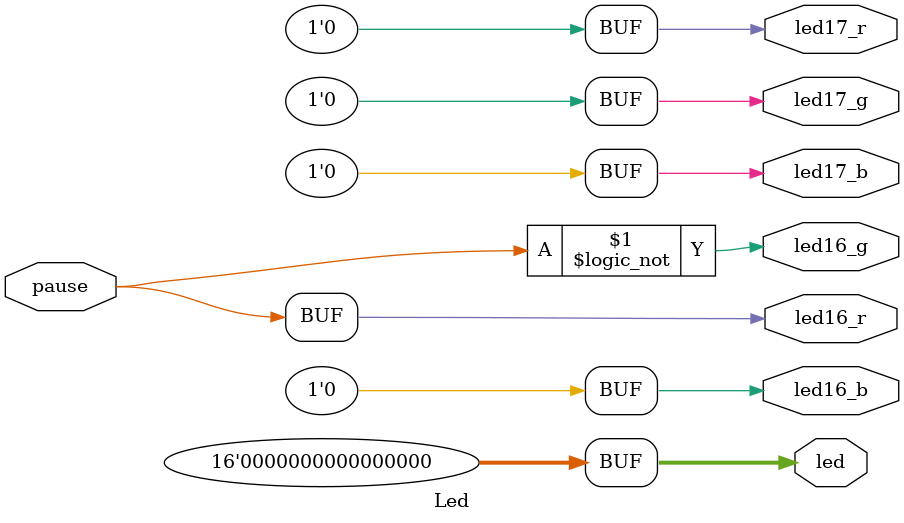
<source format=v>
`timescale 1ns / 1ps
`include "MIPS-1.vh"

/*
 * led 显示模块
 *
 */
module Led(pause,
           led,led16_b,led16_g,led16_r,led17_b,led17_g,led17_r);

    input   pause;
    output[15:0]    led;
    output          led16_b, led16_g, led16_r, led17_b, led17_g, led17_r;

    assign led16_r = pause;
    assign led16_g = !pause;
    assign led16_b = 0;

    assign led17_r = 0;
    assign led17_g = 0;
    assign led17_b = 0;

    assign led = 'b0;

endmodule

</source>
